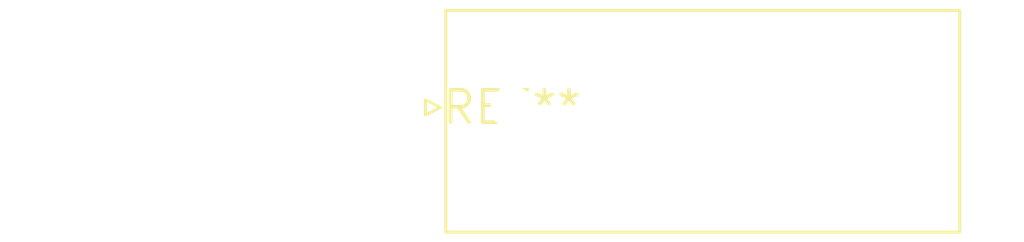
<source format=kicad_pcb>
(kicad_pcb (version 20240108) (generator pcbnew)
  (layers (0 "F.Cu" signal) (31 "B.Cu" signal) (34 "B.Paste" user) (35 "F.Paste" user) (36 "B.SilkS" user "B.Silkscreen") (37 "F.SilkS" user "F.Silkscreen") (38 "B.Mask" user) (39 "F.Mask" user) (44 "Edge.Cuts" user))
  (net 0 "")
  (footprint "JST_NV_B04P-NV_1x04_P5.00mm_Vertical" (layer "F.Cu") (at 0 0)
    (property "Reference" "REF**")
    (property "Value" "JST_NV_B04P-NV_1x04_P5.00mm_Vertical")
    (fp_line (start -3.41 -0.3) (end -2.81 0) (layer "F.SilkS") (stroke (width 0.12)))
    (fp_line (start -3.41 0.3) (end -3.41 -0.3) (layer "F.SilkS") (stroke (width 0.12)))
    (fp_line (start -2.81 0) (end -3.41 0.3) (layer "F.SilkS") (stroke (width 0.12)))
    (fp_line (start -2.61 -3.81) (end -2.61 4.91) (layer "F.SilkS") (stroke (width 0.12)))
    (fp_line (start -2.61 4.91) (end 17.61 4.91) (layer "F.SilkS") (stroke (width 0.12)))
    (fp_line (start 17.61 -3.81) (end -2.61 -3.81) (layer "F.SilkS") (stroke (width 0.12)))
    (fp_line (start 17.61 4.91) (end 17.61 -3.81) (layer "F.SilkS") (stroke (width 0.12)))
    (pad "1" thru_hole rect (at 0 0) (size 2.7 2.7) (drill 1.7) (layers *.Cu *.Mask) (remove_unused_layers))
    (pad "2" thru_hole circle (at 5 0) (size 2.7 2.7) (drill 1.7) (layers *.Cu *.Mask) (remove_unused_layers))
    (pad "3" thru_hole circle (at 10 0) (size 2.7 2.7) (drill 1.7) (layers *.Cu *.Mask) (remove_unused_layers))
    (pad "4" thru_hole circle (at 15 0) (size 2.7 2.7) (drill 1.7) (layers *.Cu *.Mask) (remove_unused_layers))
  )
)
</source>
